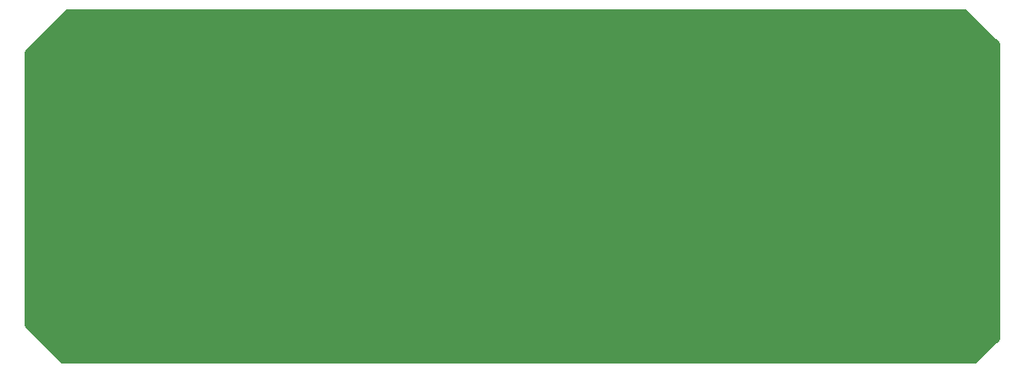
<source format=gbr>
G04 #@! TF.FileFunction,Copper,L1,Top,Signal*
%FSLAX46Y46*%
G04 Gerber Fmt 4.6, Leading zero omitted, Abs format (unit mm)*
G04 Created by KiCad (PCBNEW 4.0.4-stable) date 11/04/16 20:48:05*
%MOMM*%
%LPD*%
G01*
G04 APERTURE LIST*
%ADD10C,0.100000*%
%ADD11C,0.254000*%
G04 APERTURE END LIST*
D10*
D11*
G36*
X113018500Y-18264592D02*
X113018500Y-47775408D01*
X110703908Y-50090000D01*
X19598092Y-50090000D01*
X15950000Y-46441908D01*
X15950000Y-19090092D01*
X20106092Y-14934000D01*
X109687908Y-14934000D01*
X113018500Y-18264592D01*
X113018500Y-18264592D01*
G37*
X113018500Y-18264592D02*
X113018500Y-47775408D01*
X110703908Y-50090000D01*
X19598092Y-50090000D01*
X15950000Y-46441908D01*
X15950000Y-19090092D01*
X20106092Y-14934000D01*
X109687908Y-14934000D01*
X113018500Y-18264592D01*
M02*

</source>
